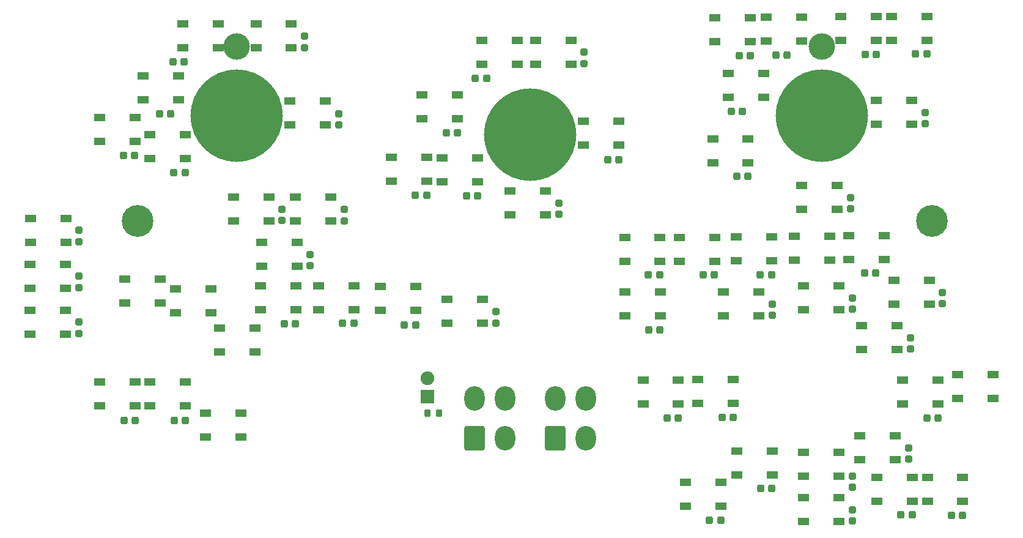
<source format=gbr>
%TF.GenerationSoftware,KiCad,Pcbnew,(6.0.9)*%
%TF.CreationDate,2023-04-01T15:36:49-08:00*%
%TF.ProjectId,SNSR PANEL,534e5352-2050-4414-9e45-4c2e6b696361,3*%
%TF.SameCoordinates,Original*%
%TF.FileFunction,Soldermask,Top*%
%TF.FilePolarity,Negative*%
%FSLAX46Y46*%
G04 Gerber Fmt 4.6, Leading zero omitted, Abs format (unit mm)*
G04 Created by KiCad (PCBNEW (6.0.9)) date 2023-04-01 15:36:49*
%MOMM*%
%LPD*%
G01*
G04 APERTURE LIST*
G04 Aperture macros list*
%AMRoundRect*
0 Rectangle with rounded corners*
0 $1 Rounding radius*
0 $2 $3 $4 $5 $6 $7 $8 $9 X,Y pos of 4 corners*
0 Add a 4 corners polygon primitive as box body*
4,1,4,$2,$3,$4,$5,$6,$7,$8,$9,$2,$3,0*
0 Add four circle primitives for the rounded corners*
1,1,$1+$1,$2,$3*
1,1,$1+$1,$4,$5*
1,1,$1+$1,$6,$7*
1,1,$1+$1,$8,$9*
0 Add four rect primitives between the rounded corners*
20,1,$1+$1,$2,$3,$4,$5,0*
20,1,$1+$1,$4,$5,$6,$7,0*
20,1,$1+$1,$6,$7,$8,$9,0*
20,1,$1+$1,$8,$9,$2,$3,0*%
G04 Aperture macros list end*
%ADD10C,4.400000*%
%ADD11C,12.800000*%
%ADD12C,3.672000*%
%ADD13RoundRect,0.050000X-0.750000X-0.450000X0.750000X-0.450000X0.750000X0.450000X-0.750000X0.450000X0*%
%ADD14RoundRect,0.275000X-0.250000X0.225000X-0.250000X-0.225000X0.250000X-0.225000X0.250000X0.225000X0*%
%ADD15RoundRect,0.275000X-0.225000X-0.250000X0.225000X-0.250000X0.225000X0.250000X-0.225000X0.250000X0*%
%ADD16RoundRect,0.275000X0.250000X-0.225000X0.250000X0.225000X-0.250000X0.225000X-0.250000X-0.225000X0*%
%ADD17RoundRect,0.250000X-0.200000X-0.275000X0.200000X-0.275000X0.200000X0.275000X-0.200000X0.275000X0*%
%ADD18RoundRect,0.050000X0.900000X-0.900000X0.900000X0.900000X-0.900000X0.900000X-0.900000X-0.900000X0*%
%ADD19C,1.900000*%
%ADD20RoundRect,0.300001X-1.099999X-1.399999X1.099999X-1.399999X1.099999X1.399999X-1.099999X1.399999X0*%
%ADD21O,2.800000X3.400000*%
G04 APERTURE END LIST*
D10*
%TO.C,1*%
X207523258Y-80062402D03*
%TD*%
%TO.C,2*%
X97541259Y-80062402D03*
%TD*%
D11*
%TO.C,3*%
X111257259Y-65457402D03*
D12*
X111257259Y-55932402D03*
D11*
X111257259Y-65457402D03*
%TD*%
%TO.C,5*%
X192283259Y-65457402D03*
D12*
X192283259Y-55932402D03*
D11*
X192283259Y-65457402D03*
%TD*%
%TO.C,4*%
X151897259Y-68124402D03*
%TD*%
D13*
%TO.C,D2*%
X82679200Y-92355200D03*
X82679200Y-95655200D03*
X87579200Y-95655200D03*
X87579200Y-92355200D03*
%TD*%
%TO.C,D3*%
X82690800Y-86005400D03*
X82690800Y-89305400D03*
X87590800Y-89305400D03*
X87590800Y-86005400D03*
%TD*%
%TO.C,D4*%
X82753200Y-79655200D03*
X82753200Y-82955200D03*
X87653200Y-82955200D03*
X87653200Y-79655200D03*
%TD*%
%TO.C,D5*%
X92278200Y-65761400D03*
X92278200Y-69061400D03*
X97178200Y-69061400D03*
X97178200Y-65761400D03*
%TD*%
%TO.C,D6*%
X99263000Y-68098200D03*
X99263000Y-71398200D03*
X104163000Y-71398200D03*
X104163000Y-68098200D03*
%TD*%
%TO.C,D7*%
X98351000Y-59970200D03*
X98351000Y-63270200D03*
X103251000Y-63270200D03*
X103251000Y-59970200D03*
%TD*%
%TO.C,D8*%
X103812000Y-52807800D03*
X103812000Y-56107800D03*
X108712000Y-56107800D03*
X108712000Y-52807800D03*
%TD*%
%TO.C,D9*%
X113947000Y-52807400D03*
X113947000Y-56107400D03*
X118847000Y-56107400D03*
X118847000Y-52807400D03*
%TD*%
%TO.C,D10*%
X118671000Y-63475400D03*
X118671000Y-66775400D03*
X123571000Y-66775400D03*
X123571000Y-63475400D03*
%TD*%
%TO.C,D11*%
X110848000Y-76734200D03*
X110848000Y-80034200D03*
X115748000Y-80034200D03*
X115748000Y-76734200D03*
%TD*%
%TO.C,D12*%
X119433000Y-76759600D03*
X119433000Y-80059600D03*
X124333000Y-80059600D03*
X124333000Y-76759600D03*
%TD*%
%TO.C,D13*%
X114759000Y-83033800D03*
X114759000Y-86333800D03*
X119659000Y-86333800D03*
X119659000Y-83033800D03*
%TD*%
%TO.C,D14*%
X95785600Y-88037600D03*
X95785600Y-91337600D03*
X100685600Y-91337600D03*
X100685600Y-88037600D03*
%TD*%
%TO.C,D15*%
X102845000Y-89434200D03*
X102845000Y-92734200D03*
X107745000Y-92734200D03*
X107745000Y-89434200D03*
%TD*%
%TO.C,D16*%
X108941000Y-94870200D03*
X108941000Y-98170200D03*
X113841000Y-98170200D03*
X113841000Y-94870200D03*
%TD*%
%TO.C,D17*%
X92331200Y-102337000D03*
X92331200Y-105637000D03*
X97231200Y-105637000D03*
X97231200Y-102337000D03*
%TD*%
%TO.C,D18*%
X99291000Y-102337000D03*
X99291000Y-105637000D03*
X104191000Y-105637000D03*
X104191000Y-102337000D03*
%TD*%
%TO.C,D19*%
X106975000Y-106625000D03*
X106975000Y-109925000D03*
X111875000Y-109925000D03*
X111875000Y-106625000D03*
%TD*%
%TO.C,D20*%
X114556000Y-89027800D03*
X114556000Y-92327800D03*
X119456000Y-92327800D03*
X119456000Y-89027800D03*
%TD*%
%TO.C,D21*%
X122608000Y-88977000D03*
X122608000Y-92277000D03*
X127508000Y-92277000D03*
X127508000Y-88977000D03*
%TD*%
%TO.C,D22*%
X131168000Y-89129400D03*
X131168000Y-92429400D03*
X136068000Y-92429400D03*
X136068000Y-89129400D03*
%TD*%
%TO.C,D23*%
X140439000Y-90882000D03*
X140439000Y-94182000D03*
X145339000Y-94182000D03*
X145339000Y-90882000D03*
%TD*%
%TO.C,D24*%
X149151000Y-75870600D03*
X149151000Y-79170600D03*
X154051000Y-79170600D03*
X154051000Y-75870600D03*
%TD*%
%TO.C,D25*%
X139702000Y-71324000D03*
X139702000Y-74624000D03*
X144602000Y-74624000D03*
X144602000Y-71324000D03*
%TD*%
%TO.C,D26*%
X132666000Y-71247800D03*
X132666000Y-74547800D03*
X137566000Y-74547800D03*
X137566000Y-71247800D03*
%TD*%
%TO.C,D27*%
X136957000Y-62586400D03*
X136957000Y-65886400D03*
X141857000Y-65886400D03*
X141857000Y-62586400D03*
%TD*%
%TO.C,D28*%
X145200000Y-55042800D03*
X145200000Y-58342800D03*
X150100000Y-58342800D03*
X150100000Y-55042800D03*
%TD*%
%TO.C,D29*%
X152668000Y-55017400D03*
X152668000Y-58317400D03*
X157568000Y-58317400D03*
X157568000Y-55017400D03*
%TD*%
%TO.C,D30*%
X159311000Y-66269400D03*
X159311000Y-69569400D03*
X164211000Y-69569400D03*
X164211000Y-66269400D03*
%TD*%
%TO.C,D31*%
X177190000Y-68657400D03*
X177190000Y-71957400D03*
X182090000Y-71957400D03*
X182090000Y-68657400D03*
%TD*%
%TO.C,D32*%
X179349000Y-59665800D03*
X179349000Y-62965800D03*
X184249000Y-62965800D03*
X184249000Y-59665800D03*
%TD*%
%TO.C,D33*%
X177497000Y-51944200D03*
X177497000Y-55244200D03*
X182397000Y-55244200D03*
X182397000Y-51944200D03*
%TD*%
%TO.C,D34*%
X184584000Y-51868000D03*
X184584000Y-55168000D03*
X189484000Y-55168000D03*
X189484000Y-51868000D03*
%TD*%
%TO.C,D35*%
X194947000Y-51741000D03*
X194947000Y-55041000D03*
X199847000Y-55041000D03*
X199847000Y-51741000D03*
%TD*%
%TO.C,D36*%
X201932000Y-51740600D03*
X201932000Y-55040600D03*
X206832000Y-55040600D03*
X206832000Y-51740600D03*
%TD*%
%TO.C,D37*%
X199875000Y-63373800D03*
X199875000Y-66673800D03*
X204775000Y-66673800D03*
X204775000Y-63373800D03*
%TD*%
%TO.C,D38*%
X189512000Y-75108600D03*
X189512000Y-78408600D03*
X194412000Y-78408600D03*
X194412000Y-75108600D03*
%TD*%
%TO.C,D39*%
X165001000Y-82296800D03*
X165001000Y-85596800D03*
X169901000Y-85596800D03*
X169901000Y-82296800D03*
%TD*%
%TO.C,D40*%
X172570000Y-82296800D03*
X172570000Y-85596800D03*
X177470000Y-85596800D03*
X177470000Y-82296800D03*
%TD*%
%TO.C,D41*%
X180469000Y-82195200D03*
X180469000Y-85495200D03*
X185369000Y-85495200D03*
X185369000Y-82195200D03*
%TD*%
%TO.C,D42*%
X188496000Y-82169800D03*
X188496000Y-85469800D03*
X193396000Y-85469800D03*
X193396000Y-82169800D03*
%TD*%
%TO.C,D43*%
X196014000Y-82068200D03*
X196014000Y-85368200D03*
X200914000Y-85368200D03*
X200914000Y-82068200D03*
%TD*%
%TO.C,D44*%
X165026000Y-89840600D03*
X165026000Y-93140600D03*
X169926000Y-93140600D03*
X169926000Y-89840600D03*
%TD*%
%TO.C,D45*%
X178691000Y-89866000D03*
X178691000Y-93166000D03*
X183591000Y-93166000D03*
X183591000Y-89866000D03*
%TD*%
%TO.C,D47*%
X202262000Y-88265800D03*
X202262000Y-91565800D03*
X207162000Y-91565800D03*
X207162000Y-88265800D03*
%TD*%
%TO.C,D48*%
X197843000Y-94514200D03*
X197843000Y-97814200D03*
X202743000Y-97814200D03*
X202743000Y-94514200D03*
%TD*%
%TO.C,D49*%
X203493000Y-102058000D03*
X203493000Y-105358000D03*
X208393000Y-105358000D03*
X208393000Y-102058000D03*
%TD*%
%TO.C,D50*%
X211102000Y-101296000D03*
X211102000Y-104596000D03*
X216002000Y-104596000D03*
X216002000Y-101296000D03*
%TD*%
%TO.C,D51*%
X206911000Y-115469000D03*
X206911000Y-118769000D03*
X211811000Y-118769000D03*
X211811000Y-115469000D03*
%TD*%
%TO.C,D52*%
X199937000Y-115495000D03*
X199937000Y-118795000D03*
X204837000Y-118795000D03*
X204837000Y-115495000D03*
%TD*%
%TO.C,D53*%
X197575000Y-109780000D03*
X197575000Y-113080000D03*
X202475000Y-113080000D03*
X202475000Y-109780000D03*
%TD*%
%TO.C,D54*%
X189766000Y-112040000D03*
X189766000Y-115340000D03*
X194666000Y-115340000D03*
X194666000Y-112040000D03*
%TD*%
%TO.C,D55*%
X189766000Y-118314000D03*
X189766000Y-121614000D03*
X194666000Y-121614000D03*
X194666000Y-118314000D03*
%TD*%
%TO.C,D56*%
X180520000Y-111837000D03*
X180520000Y-115137000D03*
X185420000Y-115137000D03*
X185420000Y-111837000D03*
%TD*%
%TO.C,D57*%
X173408000Y-116180000D03*
X173408000Y-119480000D03*
X178308000Y-119480000D03*
X178308000Y-116180000D03*
%TD*%
%TO.C,D58*%
X175135000Y-101982000D03*
X175135000Y-105282000D03*
X180035000Y-105282000D03*
X180035000Y-101982000D03*
%TD*%
%TO.C,D59*%
X167541000Y-102083000D03*
X167541000Y-105383000D03*
X172441000Y-105383000D03*
X172441000Y-102083000D03*
%TD*%
D14*
%TO.C,C2*%
X89400000Y-94025000D03*
X89400000Y-95575000D03*
%TD*%
%TO.C,C3*%
X89400000Y-87687500D03*
X89400000Y-89237500D03*
%TD*%
%TO.C,C4*%
X89450000Y-81337500D03*
X89450000Y-82887500D03*
%TD*%
D15*
%TO.C,C5*%
X95587500Y-70950000D03*
X97137500Y-70950000D03*
%TD*%
%TO.C,C6*%
X102587000Y-73300000D03*
X104137000Y-73300000D03*
%TD*%
%TO.C,C7*%
X100587000Y-65200000D03*
X102137000Y-65200000D03*
%TD*%
%TO.C,C8*%
X102437000Y-58000000D03*
X103987000Y-58000000D03*
%TD*%
D14*
%TO.C,C9*%
X120650000Y-54487500D03*
X120650000Y-56037500D03*
%TD*%
%TO.C,C10*%
X125400000Y-65187500D03*
X125400000Y-66737500D03*
%TD*%
%TO.C,C11*%
X117550000Y-78425000D03*
X117550000Y-79975000D03*
%TD*%
%TO.C,C12*%
X126150000Y-78462500D03*
X126150000Y-80012500D03*
%TD*%
%TO.C,C13*%
X147150000Y-92587500D03*
X147150000Y-94137500D03*
%TD*%
D15*
%TO.C,C14*%
X134487000Y-94400000D03*
X136037000Y-94400000D03*
%TD*%
D14*
%TO.C,C15*%
X121450000Y-84687500D03*
X121450000Y-86237500D03*
%TD*%
D15*
%TO.C,C16*%
X125937000Y-94200000D03*
X127487000Y-94200000D03*
%TD*%
%TO.C,C17*%
X117887000Y-94250000D03*
X119437000Y-94250000D03*
%TD*%
%TO.C,C18*%
X102637000Y-107600000D03*
X104187000Y-107600000D03*
%TD*%
D14*
%TO.C,C20*%
X155850000Y-77587500D03*
X155850000Y-79137500D03*
%TD*%
D15*
%TO.C,C21*%
X140287000Y-67850000D03*
X141837000Y-67850000D03*
%TD*%
%TO.C,C22*%
X136013000Y-76500000D03*
X137563000Y-76500000D03*
%TD*%
D14*
%TO.C,C23*%
X159400000Y-56687500D03*
X159400000Y-58237500D03*
%TD*%
D15*
%TO.C,C24*%
X162637000Y-71550000D03*
X164187000Y-71550000D03*
%TD*%
%TO.C,C25*%
X168337000Y-95100000D03*
X169887000Y-95100000D03*
%TD*%
%TO.C,C26*%
X143075000Y-76550000D03*
X144625000Y-76550000D03*
%TD*%
%TO.C,C27*%
X168287000Y-87500000D03*
X169837000Y-87500000D03*
%TD*%
%TO.C,C29*%
X144325000Y-60300000D03*
X145875000Y-60300000D03*
%TD*%
%TO.C,C30*%
X179737000Y-64900000D03*
X181287000Y-64900000D03*
%TD*%
%TO.C,C31*%
X180537000Y-73850000D03*
X182087000Y-73850000D03*
%TD*%
D14*
%TO.C,C32*%
X196250000Y-76775000D03*
X196250000Y-78325000D03*
%TD*%
%TO.C,C33*%
X206600000Y-65037500D03*
X206600000Y-66587500D03*
%TD*%
D15*
%TO.C,C35*%
X198287000Y-57000000D03*
X199837000Y-57000000D03*
%TD*%
%TO.C,C36*%
X185937000Y-57100000D03*
X187487000Y-57100000D03*
%TD*%
%TO.C,C28*%
X205287000Y-56950000D03*
X206837000Y-56950000D03*
%TD*%
%TO.C,C37*%
X175863000Y-87500000D03*
X177413000Y-87500000D03*
%TD*%
%TO.C,C38*%
X183787000Y-87450000D03*
X185337000Y-87450000D03*
%TD*%
D14*
%TO.C,C39*%
X185450000Y-91537500D03*
X185450000Y-93087500D03*
%TD*%
D15*
%TO.C,C40*%
X198187000Y-87250000D03*
X199737000Y-87250000D03*
%TD*%
D14*
%TO.C,C41*%
X209000000Y-89937500D03*
X209000000Y-91487500D03*
%TD*%
%TO.C,C42*%
X204550000Y-96187500D03*
X204550000Y-97737500D03*
%TD*%
%TO.C,C43*%
X196500000Y-90687500D03*
X196500000Y-92237500D03*
%TD*%
D15*
%TO.C,C44*%
X206837000Y-107300000D03*
X208387000Y-107300000D03*
%TD*%
%TO.C,C45*%
X210237000Y-120750000D03*
X211787000Y-120750000D03*
%TD*%
D14*
%TO.C,C46*%
X204300000Y-111437000D03*
X204300000Y-112987000D03*
%TD*%
D15*
%TO.C,C47*%
X183837000Y-117050000D03*
X185387000Y-117050000D03*
%TD*%
%TO.C,C48*%
X203237000Y-120650000D03*
X204787000Y-120650000D03*
%TD*%
D16*
%TO.C,C49*%
X196500000Y-116863000D03*
X196500000Y-115313000D03*
%TD*%
D15*
%TO.C,C50*%
X176737000Y-121450000D03*
X178287000Y-121450000D03*
%TD*%
D14*
%TO.C,C51*%
X196500000Y-119987000D03*
X196500000Y-121537000D03*
%TD*%
D15*
%TO.C,C52*%
X178487000Y-107200000D03*
X180037000Y-107200000D03*
%TD*%
%TO.C,C53*%
X170837000Y-107300000D03*
X172387000Y-107300000D03*
%TD*%
%TO.C,C19*%
X95687500Y-107600000D03*
X97237500Y-107600000D03*
%TD*%
D17*
%TO.C,R1*%
X137687000Y-106650000D03*
X139337000Y-106650000D03*
%TD*%
D15*
%TO.C,C34*%
X180837000Y-57200000D03*
X182387000Y-57200000D03*
%TD*%
D13*
%TO.C,D46*%
X189766000Y-88977000D03*
X189766000Y-92277000D03*
X194666000Y-92277000D03*
X194666000Y-88977000D03*
%TD*%
D18*
%TO.C,D1*%
X137650000Y-104350000D03*
D19*
X137650000Y-101810000D03*
%TD*%
D20*
%TO.C,J1*%
X155400000Y-110100000D03*
D21*
X159600000Y-110100000D03*
X155400000Y-104600000D03*
X159600000Y-104600000D03*
%TD*%
D20*
%TO.C,J2*%
X144200000Y-110100000D03*
D21*
X148400000Y-110100000D03*
X144200000Y-104600000D03*
X148400000Y-104600000D03*
%TD*%
M02*

</source>
